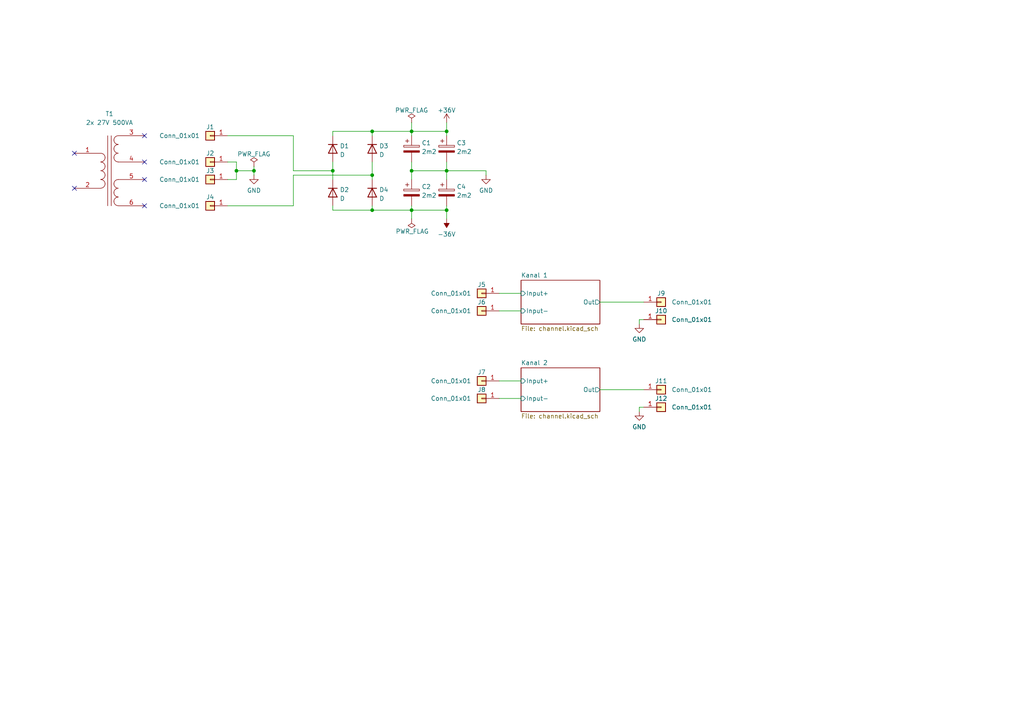
<source format=kicad_sch>
(kicad_sch (version 20211123) (generator eeschema)
  (paper "A4")
  (lib_symbols
    (symbol "Connector_Generic:Conn_01x01" (pin_names (offset 1.016) hide)
      (property "Reference" "J" (at 0 2.54 0))
      (property "Value" "Conn_01x01" (at 0 -2.54 0))
      (symbol "Conn_01x01_1_1"
        (rectangle (start -1.27 0.127) (end 0 -0.127) (stroke (width 0.1524)))
        (rectangle (start -1.27 1.27) (end 1.27 -1.27) (stroke (width 0.254)) (fill (type background)))
        (pin passive line (at -5.08 0 0) (length 3.81) (name "Pin_1") (number "1"))
      )
    )
    (symbol "Device:C_Polarized" (pin_numbers hide) (pin_names (offset 0.254))
      (property "Reference" "C" (at 0.635 2.54 0))
      (property "Value" "C_Polarized" (at 0.635 -2.54 0))
      (symbol "C_Polarized_0_1"
        (rectangle (start -2.286 0.508) (end 2.286 1.016))
        (polyline (pts (xy -1.778 2.286) (xy -0.762 2.286)))
        (polyline (pts (xy -1.27 2.794) (xy -1.27 1.778)))
        (rectangle (start 2.286 -0.508) (end -2.286 -1.016) (fill (type outline)))
      )
      (symbol "C_Polarized_1_1"
        (pin passive line (at 0 3.81 270) (length 2.794) (name "~") (number "1"))
        (pin passive line (at 0 -3.81 90) (length 2.794) (name "~") (number "2"))
      )
    )
    (symbol "Device:D" (pin_numbers hide) (pin_names (offset 1.016) hide)
      (property "Reference" "D" (at 0 2.54 0))
      (property "Value" "D" (at 0 -2.54 0))
      (symbol "D_0_1"
        (polyline (pts (xy -1.27 1.27) (xy -1.27 -1.27)) (stroke (width 0.254)))
        (polyline (pts (xy 1.27 0) (xy -1.27 0)))
        (polyline (pts (xy 1.27 1.27) (xy 1.27 -1.27) (xy -1.27 0) (xy 1.27 1.27)) (stroke (width 0.254)))
      )
      (symbol "D_1_1"
        (pin passive line (at -3.81 0 0) (length 2.54) (name "K") (number "1"))
        (pin passive line (at 3.81 0 180) (length 2.54) (name "A") (number "2"))
      )
    )
    (symbol "Device:Transformer_1P_2S" (pin_names (offset 1.016) hide)
      (property "Reference" "T" (at 0 12.7 0))
      (property "Value" "Transformer_1P_2S" (at 0 -12.7 0))
      (symbol "Transformer_1P_2S_0_1"
        (arc (start -2.54 -5.0546) (mid -1.6599 -4.6901) (end -1.27 -3.81))
        (arc (start -2.54 -2.5146) (mid -1.6599 -2.1501) (end -1.27 -1.27))
        (arc (start -2.54 0.0254) (mid -1.6599 0.3899) (end -1.27 1.27))
        (arc (start -2.54 2.5654) (mid -1.6599 2.9299) (end -1.27 3.81))
        (arc (start -1.27 -3.81) (mid -1.642 -2.912) (end -2.54 -2.54))
        (arc (start -1.27 -1.27) (mid -1.642 -0.372) (end -2.54 0))
        (arc (start -1.27 1.27) (mid -1.642 2.168) (end -2.54 2.54))
        (arc (start -1.27 3.81) (mid -1.642 4.708) (end -2.54 5.08))
        (polyline (pts (xy -0.508 -10.16) (xy -0.508 10.16)))
        (polyline (pts (xy 0.508 10.16) (xy 0.508 -10.16)))
        (arc (start 1.2954 -8.89) (mid 1.6599 -9.7701) (end 2.54 -10.1346))
        (arc (start 1.2954 -6.35) (mid 1.6599 -7.2301) (end 2.54 -7.5946))
        (arc (start 1.2954 -3.81) (mid 1.6599 -4.6901) (end 2.54 -5.0546))
        (arc (start 1.2954 3.81) (mid 1.6599 2.9299) (end 2.54 2.5654))
        (arc (start 1.2954 6.35) (mid 1.6599 5.4699) (end 2.54 5.1054))
        (arc (start 1.2954 8.89) (mid 1.6599 8.0099) (end 2.54 7.6454))
        (arc (start 2.54 -7.62) (mid 1.642 -7.992) (end 1.2954 -8.89))
        (arc (start 2.54 -5.08) (mid 1.642 -5.452) (end 1.2954 -6.35))
        (arc (start 2.54 -2.54) (mid 1.642 -2.912) (end 1.2954 -3.81))
        (arc (start 2.54 5.08) (mid 1.642 4.708) (end 1.2954 3.81))
        (arc (start 2.54 7.62) (mid 1.642 7.248) (end 1.2954 6.35))
        (arc (start 2.54 10.16) (mid 1.642 9.788) (end 1.2954 8.89))
      )
      (symbol "Transformer_1P_2S_1_1"
        (pin passive line (at -10.16 5.08 0) (length 7.62) (name "AA") (number "1"))
        (pin passive line (at -10.16 -5.08 0) (length 7.62) (name "AB") (number "2"))
        (pin passive line (at 10.16 10.16 180) (length 7.62) (name "SA") (number "3"))
        (pin passive line (at 10.16 2.54 180) (length 7.62) (name "SB") (number "4"))
        (pin passive line (at 10.16 -2.54 180) (length 7.62) (name "SC") (number "5"))
        (pin passive line (at 10.16 -10.16 180) (length 7.62) (name "SD") (number "6"))
      )
    )
    (symbol "power:+36V" (power) (pin_names (offset 0))
      (property "Value" "+36V" (at 0 3.556 0))
      (symbol "+36V_0_1"
        (polyline (pts (xy -0.762 1.27) (xy 0 2.54)))
        (polyline (pts (xy 0 0) (xy 0 2.54)))
        (polyline (pts (xy 0 2.54) (xy 0.762 1.27)))
      )
      (symbol "+36V_1_1"
        (pin power_in line (at 0 0 90) (length 0) hide (name "+36V") (number "1"))
      )
    )
    (symbol "power:-36V" (power) (pin_names (offset 0))
      (property "Value" "-36V" (at 0 3.81 0))
      (symbol "-36V_0_0"
        (pin power_in line (at 0 0 90) (length 0) hide (name "-36V") (number "1"))
      )
      (symbol "-36V_0_1"
        (polyline (pts (xy 0 0) (xy 0 1.27) (xy 0.762 1.27) (xy 0 2.54) (xy -0.762 1.27) (xy 0 1.27)) (fill (type outline)))
      )
    )
    (symbol "power:GND" (power) (pin_names (offset 0))
      (property "Value" "GND" (at 0 -3.81 0))
      (symbol "GND_0_1"
        (polyline (pts (xy 0 0) (xy 0 -1.27) (xy 1.27 -1.27) (xy 0 -2.54) (xy -1.27 -1.27) (xy 0 -1.27)))
      )
      (symbol "GND_1_1"
        (pin power_in line (at 0 0 270) (length 0) hide (name "GND") (number "1"))
      )
    )
    (symbol "power:PWR_FLAG" (power) (pin_numbers hide) (pin_names (offset 0) hide)
      (property "Value" "PWR_FLAG" (at 0 3.81 0))
      (symbol "PWR_FLAG_0_0"
        (pin power_out line (at 0 0 90) (length 0) (name "pwr") (number "1"))
      )
      (symbol "PWR_FLAG_0_1"
        (polyline (pts (xy 0 0) (xy 0 1.27) (xy -1.016 1.905) (xy 0 2.54) (xy 1.016 1.905) (xy 0 1.27)))
      )
    )
  )
  (junction (at 107.95 50.8))
  (junction (at 68.58 49.53))
  (junction (at 107.95 60.96))
  (junction (at 119.38 60.96))
  (junction (at 129.54 49.53))
  (junction (at 129.54 60.96))
  (junction (at 119.38 49.53))
  (junction (at 73.66 49.53))
  (junction (at 107.95 38.1))
  (junction (at 119.38 38.1))
  (junction (at 96.52 49.53))
  (junction (at 129.54 38.1))
  (no_connect (at 41.91 46.99))
  (no_connect (at 41.91 39.37))
  (no_connect (at 41.91 52.07))
  (no_connect (at 41.91 59.69))
  (no_connect (at 21.59 44.45))
  (no_connect (at 21.59 54.61))
  (wire (pts (xy 186.69 92.71) (xy 185.42 92.71)))
  (wire (pts (xy 66.04 39.37) (xy 85.09 39.37)))
  (wire (pts (xy 66.04 59.69) (xy 85.09 59.69)))
  (wire (pts (xy 144.78 110.49) (xy 151.13 110.49)))
  (wire (pts (xy 119.38 35.56) (xy 119.38 38.1)))
  (wire (pts (xy 119.38 38.1) (xy 119.38 39.37)))
  (wire (pts (xy 140.97 49.53) (xy 129.54 49.53)))
  (wire (pts (xy 107.95 50.8) (xy 107.95 52.07)))
  (wire (pts (xy 140.97 50.8) (xy 140.97 49.53)))
  (wire (pts (xy 185.42 92.71) (xy 185.42 93.98)))
  (wire (pts (xy 129.54 35.56) (xy 129.54 38.1)))
  (wire (pts (xy 144.78 115.57) (xy 151.13 115.57)))
  (wire (pts (xy 85.09 49.53) (xy 96.52 49.53)))
  (wire (pts (xy 66.04 52.07) (xy 68.58 52.07)))
  (wire (pts (xy 85.09 39.37) (xy 85.09 49.53)))
  (wire (pts (xy 96.52 39.37) (xy 96.52 38.1)))
  (wire (pts (xy 119.38 49.53) (xy 129.54 49.53)))
  (wire (pts (xy 185.42 118.11) (xy 185.42 119.38)))
  (wire (pts (xy 129.54 60.96) (xy 129.54 59.69)))
  (wire (pts (xy 129.54 38.1) (xy 129.54 39.37)))
  (wire (pts (xy 96.52 49.53) (xy 96.52 52.07)))
  (wire (pts (xy 107.95 60.96) (xy 119.38 60.96)))
  (wire (pts (xy 107.95 60.96) (xy 107.95 59.69)))
  (wire (pts (xy 119.38 60.96) (xy 119.38 63.5)))
  (wire (pts (xy 68.58 49.53) (xy 68.58 52.07)))
  (wire (pts (xy 96.52 60.96) (xy 107.95 60.96)))
  (wire (pts (xy 107.95 38.1) (xy 107.95 39.37)))
  (wire (pts (xy 144.78 90.17) (xy 151.13 90.17)))
  (wire (pts (xy 96.52 59.69) (xy 96.52 60.96)))
  (wire (pts (xy 129.54 49.53) (xy 129.54 46.99)))
  (wire (pts (xy 96.52 46.99) (xy 96.52 49.53)))
  (wire (pts (xy 119.38 49.53) (xy 119.38 52.07)))
  (wire (pts (xy 129.54 60.96) (xy 129.54 63.5)))
  (wire (pts (xy 66.04 46.99) (xy 68.58 46.99)))
  (wire (pts (xy 107.95 46.99) (xy 107.95 50.8)))
  (wire (pts (xy 85.09 50.8) (xy 107.95 50.8)))
  (wire (pts (xy 144.78 85.09) (xy 151.13 85.09)))
  (wire (pts (xy 119.38 59.69) (xy 119.38 60.96)))
  (wire (pts (xy 68.58 49.53) (xy 73.66 49.53)))
  (wire (pts (xy 129.54 49.53) (xy 129.54 52.07)))
  (wire (pts (xy 85.09 59.69) (xy 85.09 50.8)))
  (wire (pts (xy 173.99 87.63) (xy 186.69 87.63)))
  (wire (pts (xy 186.69 118.11) (xy 185.42 118.11)))
  (wire (pts (xy 119.38 46.99) (xy 119.38 49.53)))
  (wire (pts (xy 119.38 38.1) (xy 129.54 38.1)))
  (wire (pts (xy 73.66 48.26) (xy 73.66 49.53)))
  (wire (pts (xy 107.95 38.1) (xy 119.38 38.1)))
  (wire (pts (xy 173.99 113.03) (xy 186.69 113.03)))
  (wire (pts (xy 73.66 49.53) (xy 73.66 50.8)))
  (wire (pts (xy 68.58 46.99) (xy 68.58 49.53)))
  (wire (pts (xy 119.38 60.96) (xy 129.54 60.96)))
  (wire (pts (xy 96.52 38.1) (xy 107.95 38.1)))
  (symbol (lib_id "Device:D") (at 96.52 55.88 270) (unit 1)
    (property "Reference" "D2" (at 98.552 55.0453 90) (effects (justify left)))
    (property "Value" "D" (at 98.552 57.5822 90) (effects (justify left)))
  )
  (symbol (lib_id "Connector_Generic:Conn_01x01") (at 139.7 90.17 180) (unit 1)
    (property "Reference" "J6" (at 139.7 87.63 0))
    (property "Value" "Conn_01x01" (at 130.81 90.17 0))
  )
  (symbol (lib_id "power:PWR_FLAG") (at 119.38 63.5 180) (unit 1)
    (property "Reference" "#FLG03" (effects hide))
    (property "Value" "PWR_FLAG" (at 114.7327 67.1136 0) (effects (justify right)))
  )
  (symbol (lib_id "power:GND") (at 185.42 93.98 0) (unit 1)
    (property "Reference" "#PWR05" (effects hide))
    (property "Value" "GND" (at 185.42 98.4234 0))
  )
  (symbol (lib_id "Connector_Generic:Conn_01x01") (at 191.77 113.03 0) (mirror x) (unit 1)
    (property "Reference" "J11" (at 191.77 110.49 0))
    (property "Value" "Conn_01x01" (at 200.66 113.03 0))
  )
  (symbol (lib_id "Connector_Generic:Conn_01x01") (at 139.7 85.09 180) (unit 1)
    (property "Reference" "J5" (at 139.7 82.55 0))
    (property "Value" "Conn_01x01" (at 130.81 85.09 0))
  )
  (symbol (lib_id "Device:D") (at 96.52 43.18 270) (unit 1)
    (property "Reference" "D1" (at 98.552 42.3453 90) (effects (justify left)))
    (property "Value" "D" (at 98.552 44.8822 90) (effects (justify left)))
  )
  (symbol (lib_id "power:GND") (at 185.42 119.38 0) (unit 1)
    (property "Reference" "#PWR06" (effects hide))
    (property "Value" "GND" (at 185.42 123.8234 0))
  )
  (symbol (lib_id "Device:C_Polarized") (at 119.38 55.88 0) (unit 1)
    (property "Reference" "C2" (at 122.301 54.1563 0) (effects (justify left)))
    (property "Value" "2m2" (at 122.301 56.6932 0) (effects (justify left)))
  )
  (symbol (lib_id "Connector_Generic:Conn_01x01") (at 139.7 110.49 180) (unit 1)
    (property "Reference" "J7" (at 139.7 107.95 0))
    (property "Value" "Conn_01x01" (at 130.81 110.49 0))
  )
  (symbol (lib_id "Connector_Generic:Conn_01x01") (at 191.77 118.11 0) (mirror x) (unit 1)
    (property "Reference" "J12" (at 191.77 115.57 0))
    (property "Value" "Conn_01x01" (at 200.66 118.11 0))
  )
  (symbol (lib_id "Device:Transformer_1P_2S") (at 31.75 49.53 0) (unit 1)
    (property "Reference" "T1" (at 31.75 33.02 0))
    (property "Value" "2x 27V 500VA" (at 31.75 35.56 0))
  )
  (symbol (lib_id "Connector_Generic:Conn_01x01") (at 60.96 52.07 180) (unit 1)
    (property "Reference" "J3" (at 60.96 49.53 0))
    (property "Value" "Conn_01x01" (at 52.07 52.07 0))
  )
  (symbol (lib_id "power:GND") (at 140.97 50.8 0) (unit 1)
    (property "Reference" "#PWR04" (effects hide))
    (property "Value" "GND" (at 140.97 55.2434 0))
  )
  (symbol (lib_id "power:GND") (at 73.66 50.8 0) (unit 1)
    (property "Reference" "#PWR01" (effects hide))
    (property "Value" "GND" (at 73.66 55.2434 0))
  )
  (symbol (lib_id "power:+36V") (at 129.54 35.56 0) (unit 1)
    (property "Reference" "#PWR02" (effects hide))
    (property "Value" "+36V" (at 129.54 31.9842 0))
  )
  (symbol (lib_id "Device:C_Polarized") (at 129.54 43.18 0) (unit 1)
    (property "Reference" "C3" (at 132.461 41.4563 0) (effects (justify left)))
    (property "Value" "2m2" (at 132.461 43.9932 0) (effects (justify left)))
  )
  (symbol (lib_id "Connector_Generic:Conn_01x01") (at 60.96 39.37 180) (unit 1)
    (property "Reference" "J1" (at 60.96 36.83 0))
    (property "Value" "Conn_01x01" (at 52.07 39.37 0))
  )
  (symbol (lib_id "Connector_Generic:Conn_01x01") (at 60.96 46.99 180) (unit 1)
    (property "Reference" "J2" (at 60.96 44.45 0))
    (property "Value" "Conn_01x01" (at 52.07 46.99 0))
  )
  (symbol (lib_id "power:-36V") (at 129.54 63.5 180) (unit 1)
    (property "Reference" "#PWR03" (effects hide))
    (property "Value" "-36V" (at 129.54 67.9434 0))
  )
  (symbol (lib_id "power:PWR_FLAG") (at 73.66 48.26 0) (unit 1)
    (property "Reference" "#FLG01" (effects hide))
    (property "Value" "PWR_FLAG" (at 73.66 44.6842 0))
  )
  (symbol (lib_id "power:PWR_FLAG") (at 119.38 35.56 0) (unit 1)
    (property "Reference" "#FLG02" (effects hide))
    (property "Value" "PWR_FLAG" (at 119.38 31.9842 0))
  )
  (symbol (lib_id "Connector_Generic:Conn_01x01") (at 191.77 87.63 0) (mirror x) (unit 1)
    (property "Reference" "J9" (at 191.77 85.09 0))
    (property "Value" "Conn_01x01" (at 200.66 87.63 0))
  )
  (symbol (lib_id "Device:C_Polarized") (at 129.54 55.88 0) (unit 1)
    (property "Reference" "C4" (at 132.461 54.1563 0) (effects (justify left)))
    (property "Value" "2m2" (at 132.461 56.6932 0) (effects (justify left)))
  )
  (symbol (lib_id "Device:D") (at 107.95 55.88 270) (unit 1)
    (property "Reference" "D4" (at 109.982 55.0453 90) (effects (justify left)))
    (property "Value" "D" (at 109.982 57.5822 90) (effects (justify left)))
  )
  (symbol (lib_id "Device:C_Polarized") (at 119.38 43.18 0) (unit 1)
    (property "Reference" "C1" (at 122.301 41.4563 0) (effects (justify left)))
    (property "Value" "2m2" (at 122.301 43.9932 0) (effects (justify left)))
  )
  (symbol (lib_id "Device:D") (at 107.95 43.18 270) (unit 1)
    (property "Reference" "D3" (at 109.982 42.3453 90) (effects (justify left)))
    (property "Value" "D" (at 109.982 44.8822 90) (effects (justify left)))
  )
  (symbol (lib_id "Connector_Generic:Conn_01x01") (at 191.77 92.71 0) (mirror x) (unit 1)
    (property "Reference" "J10" (at 191.77 90.17 0))
    (property "Value" "Conn_01x01" (at 200.66 92.71 0))
  )
  (symbol (lib_id "Connector_Generic:Conn_01x01") (at 60.96 59.69 180) (unit 1)
    (property "Reference" "J4" (at 60.96 57.15 0))
    (property "Value" "Conn_01x01" (at 52.07 59.69 0))
  )
  (symbol (lib_id "Connector_Generic:Conn_01x01") (at 139.7 115.57 180) (unit 1)
    (property "Reference" "J8" (at 139.7 113.03 0))
    (property "Value" "Conn_01x01" (at 130.81 115.57 0))
  )
  (sheet (at 151.13 81.28) (size 22.86 12.7) (stroke (width 0.1524))
    (property "Sheet name" "Kanal 1" (at 151.13 80.5684 0) (effects (justify left bottom)))
    (property "Sheet file" "channel.kicad_sch" (at 151.13 94.5646 0) (effects (justify left top)))
    (pin "Out" output (at 173.99 87.63 0))
    (pin "Input+" input (at 151.13 85.09 180))
    (pin "Input-" input (at 151.13 90.17 180))
  )
  (sheet (at 151.13 106.68) (size 22.86 12.7) (stroke (width 0.1524))
    (property "Sheet name" "Kanal 2" (at 151.13 105.9684 0) (effects (justify left bottom)))
    (property "Sheet file" "channel.kicad_sch" (at 151.13 119.9646 0) (effects (justify left top)))
    (pin "Out" output (at 173.99 113.03 0))
    (pin "Input+" input (at 151.13 110.49 180))
    (pin "Input-" input (at 151.13 115.57 180))
  )
)
</source>
